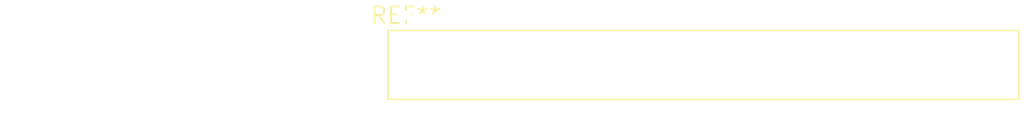
<source format=kicad_pcb>
(kicad_pcb (version 20240108) (generator pcbnew)
  (layers (0 "F.Cu" signal) (31 "B.Cu" signal) (34 "B.Paste" user) (35 "F.Paste" user) (36 "B.SilkS" user "B.Silkscreen") (37 "F.SilkS" user "F.Silkscreen") (38 "B.Mask" user) (39 "F.Mask" user) (44 "Edge.Cuts" user))
  (net 0 "")
  (footprint "Samtec_HLE-119-02-xx-DV-PE-LC_2x19_P2.54mm_Horizontal" (layer "F.Cu") (at 0 0)
    (property "Reference" "REF**")
    (property "Value" "Samtec_HLE-119-02-xx-DV-PE-LC_2x19_P2.54mm_Horizontal")
    (fp_line (start -1.38 1.16) (end 47.1 1.16) (layer "F.SilkS") (stroke (width 0.12)))
    (fp_line (start -1.38 6.46) (end -1.38 1.16) (layer "F.SilkS") (stroke (width 0.12)))
    (fp_line (start 47.1 1.16) (end 47.1 6.46) (layer "F.SilkS") (stroke (width 0.12)))
    (fp_line (start 47.1 6.46) (end -1.38 6.46) (layer "F.SilkS") (stroke (width 0.12)))
    (pad "" np_thru_hole circle (at 0 2.54) (size 1.4 1.4) (drill 1.4) (layers *.Cu *.Mask))
    (pad "" np_thru_hole circle (at 0 5.08) (size 1.4 1.4) (drill 1.4) (layers *.Cu *.Mask))
    (pad "" np_thru_hole circle (at 1.27 3.81) (size 1.19 1.19) (drill 1.19) (layers *.Cu *.Mask))
    (pad "" np_thru_hole circle (at 2.54 2.54) (size 1.4 1.4) (drill 1.4) (layers *.Cu *.Mask))
    (pad "" np_thru_hole circle (at 2.54 5.08) (size 1.4 1.4) (drill 1.4) (layers *.Cu *.Mask))
    (pad "" np_thru_hole circle (at 5.08 2.54) (size 1.4 1.4) (drill 1.4) (layers *.Cu *.Mask))
    (pad "" np_thru_hole circle (at 5.08 5.08) (size 1.4 1.4) (drill 1.4) (layers *.Cu *.Mask))
    (pad "" np_thru_hole circle (at 7.62 2.54) (size 1.4 1.4) (drill 1.4) (layers *.Cu *.Mask))
    (pad "" np_thru_hole circle (at 7.62 5.08) (size 1.4 1.4) (drill 1.4) (layers *.Cu *.Mask))
    (pad "" np_thru_hole circle (at 10.16 2.54) (size 1.4 1.4) (drill 1.4) (layers *.Cu *.Mask))
    (pad "" np_thru_hole circle (at 10.16 5.08) (size 1.4 1.4) (drill 1.4) (layers *.Cu *.Mask))
    (pad "" np_thru_hole circle (at 12.7 2.54) (size 1.4 1.4) (drill 1.4) (layers *.Cu *.Mask))
    (pad "" np_thru_hole circle (at 12.7 5.08) (size 1.4 1.4) (drill 1.4) (layers *.Cu *.Mask))
    (pad "" np_thru_hole circle (at 15.24 2.54) (size 1.4 1.4) (drill 1.4) (layers *.Cu *.Mask))
    (pad "" np_thru_hole circle (at 15.24 5.08) (size 1.4 1.4) (drill 1.4) (layers *.Cu *.Mask))
    (pad "" np_thru_hole circle (at 17.78 2.54) (size 1.4 1.4) (drill 1.4) (layers *.Cu *.Mask))
    (pad "" np_thru_hole circle (at 17.78 5.08) (size 1.4 1.4) (drill 1.4) (layers *.Cu *.Mask))
    (pad "" np_thru_hole circle (at 20.32 2.54) (size 1.4 1.4) (drill 1.4) (layers *.Cu *.Mask))
    (pad "" np_thru_hole circle (at 20.32 5.08) (size 1.4 1.4) (drill 1.4) (layers *.Cu *.Mask))
    (pad "" np_thru_hole circle (at 22.86 2.54) (size 1.4 1.4) (drill 1.4) (layers *.Cu *.Mask))
    (pad "" np_thru_hole circle (at 22.86 5.08) (size 1.4 1.4) (drill 1.4) (layers *.Cu *.Mask))
    (pad "" np_thru_hole circle (at 25.4 2.54) (size 1.4 1.4) (drill 1.4) (layers *.Cu *.Mask))
    (pad "" np_thru_hole circle (at 25.4 5.08) (size 1.4 1.4) (drill 1.4) (layers *.Cu *.Mask))
    (pad "" np_thru_hole circle (at 27.94 2.54) (size 1.4 1.4) (drill 1.4) (layers *.Cu *.Mask))
    (pad "" np_thru_hole circle (at 27.94 5.08) (size 1.4 1.4) (drill 1.4) (layers *.Cu *.Mask))
    (pad "" np_thru_hole circle (at 30.48 2.54) (size 1.4 1.4) (drill 1.4) (layers *.Cu *.Mask))
    (pad "" np_thru_hole circle (at 30.48 5.08) (size 1.4 1.4) (drill 1.4) (layers *.Cu *.Mask))
    (pad "" np_thru_hole circle (at 33.02 2.54) (size 1.4 1.4) (drill 1.4) (layers *.Cu *.Mask))
    (pad "" np_thru_hole circle (at 33.02 5.08) (size 1.4 1.4) (drill 1.4) (layers *.Cu *.Mask))
    (pad "" np_thru_hole circle (at 35.56 2.54) (size 1.4 1.4) (drill 1.4) (layers *.Cu *.Mask))
    (pad "" np_thru_hole circle (at 35.56 5.08) (size 1.4 1.4) (drill 1.4) (layers *.Cu *.Mask))
    (pad "" np_thru_hole circle (at 38.1 2.54) (size 1.4 1.4) (drill 1.4) (layers *.Cu *.Mask))
    (pad "" np_thru_hole circle (at 38.1 5.08) (size 1.4 1.4) (drill 1.4) (layers *.Cu *.Mask))
    (pad "" np_thru_hole circle (at 40.64 2.54) (size 1.4 1.4) (drill 1.4) (layers *.Cu *.Mask))
    (pad "" np_thru_hole circle (at 40.64 5.08) (size 1.4 1.4) (drill 1.4) (layers *.Cu *.Mask))
    (pad "" np_thru_hole circle (at 43.18 2.54) (size 1.4 1.4) (drill 1.4) (layers *.Cu *.Mask))
    (pad "" np_thru_hole circle (at 43.18 5.08) (size 1.4 1.4) (drill 1.4) (layers *.Cu *.Mask))
    (pad "" np_thru_hole circle (at 44.45 3.81) (size 1.19 1.19) (drill 1.19) (layers *.Cu *.Mask))
    (pad "" np_thru_hole circle (at 45.72 2.54) (size 1.4 1.4) (drill 1.4) (layers *.Cu *.Mask))
    (pad "" np_thru_hole circle (at 45.72 5.08) (size 1.4 1.4) (drill 1.4) (layers *.Cu *.Mask))
    (pad "1" thru_hole roundrect (at 0 0) (size 1.31 1.31) (drill 0.71) (layers *.Cu *.Mask) (remove_unused_layers) (roundrect_rratio 0.19084))
    (pad "2" thru_hole circle (at 0 7.62) (size 1.31 1.31) (drill 0.71) (layers *.Cu *.Mask) (remove_unused_layers))
    (pad "3" thru_hole circle (at 2.54 0) (size 1.31 1.31) (drill 0.71) (layers *.Cu *.Mask) (remove_unused_layers))
    (pad "4" thru_hole circle (at 2.54 7.62) (size 1.31 1.31) (drill 0.71) (layers *.Cu *.Mask) (remove_unused_layers))
    (pad "5" thru_hole circle (at 5.08 0) (size 1.31 1.31) (drill 0.71) (layers *.Cu *.Mask) (remove_unused_layers))
    (pad "6" thru_hole circle (at 5.08 7.62) (size 1.31 1.31) (drill 0.71) (layers *.Cu *.Mask) (remove_unused_layers))
    (pad "7" thru_hole circle (at 7.62 0) (size 1.31 1.31) (drill 0.71) (layers *.Cu *.Mask) (remove_unused_layers))
    (pad "8" thru_hole circle (at 7.62 7.62) (size 1.31 1.31) (drill 0.71) (layers *.Cu *.Mask) (remove_unused_layers))
    (pad "9" thru_hole circle (at 10.16 0) (size 1.31 1.31) (drill 0.71) (layers *.Cu *.Mask) (remove_unused_layers))
    (pad "10" thru_hole circle (at 10.16 7.62) (size 1.31 1.31) (drill 0.71) (layers *.Cu *.Mask) (remove_unused_layers))
    (pad "11" thru_hole circle (at 12.7 0) (size 1.31 1.31) (drill 0.71) (layers *.Cu *.Mask) (remove_unused_layers))
    (pad "12" thru_hole circle (at 12.7 7.62) (size 1.31 1.31) (drill 0.71) (layers *.Cu *.Mask) (remove_unused_layers))
    (pad "13" thru_hole circle (at 15.24 0) (size 1.31 1.31) (drill 0.71) (layers *.Cu *.Mask) (remove_unused_layers))
    (pad "14" thru_hole circle (at 15.24 7.62) (size 1.31 1.31) (drill 0.71) (layers *.Cu *.Mask) (remove_unused_layers))
    (pad "15" thru_hole circle (at 17.78 0) (size 1.31 1.31) (drill 0.71) (layers *.Cu *.Mask) (remove_unused_layers))
    (pad "16" thru_hole circle (at 17.78 7.62) (size 1.31 1.31) (drill 0.71) (layers *.Cu *.Mask) (remove_unused_layers))
    (pad "17" thru_hole circle (at 20.32 0) (size 1.31 1.31) (drill 0.71) (layers *.Cu *.Mask) (remove_unused_layers))
    (pad "18" thru_hole circle (at 20.32 7.62) (size 1.31 1.31) (drill 0.71) (layers *.Cu *.Mask) (remove_unused_layers))
    (pad "19" thru_hole circle (at 22.86 0) (size 1.31 1.31) (drill 0.71) (layers *.Cu *.Mask) (remove_unused_layers))
    (pad "20" thru_hole circle (at 22.86 7.62) (size 1.31 1.31) (drill 0.71) (layers *.Cu *.Mask) (remove_unused_layers))
    (pad "21" thru_hole circle (at 25.4 0) (size 1.31 1.31) (drill 0.71) (layers *.Cu *.Mask) (remove_unused_layers))
    (pad "22" thru_hole circle (at 25.4 7.62) (size 1.31 1.31) (drill 0.71) (layers *.Cu *.Mask) (remove_unused_layers))
    (pad "23" thru_hole circle (at 27.94 0) (size 1.31 1.31) (drill 0.71) (layers *.Cu *.Mask) (remove_unused_layers))
    (pad "24" thru_hole circle (at 27.94 7.62) (size 1.31 1.31) (drill 0.71) (layers *.Cu *.Mask) (remove_unused_layers))
    (pad "25" thru_hole circle (at 30.48 0) (size 1.31 1.31) (drill 0.71) (layers *.Cu *.Mask) (remove_unused_layers))
    (pad "26" thru_hole circle (at 30.48 7.62) (size 1.31 1.31) (drill 0.71) (layers *.Cu *.Mask) (remove_unused_layers))
    (pad "27" thru_hole circle (at 33.02 0) (size 1.31 1.31) (drill 0.71) (layers *.Cu *.Mask) (remove_unused_layers))
    (pad "28" thru_hole circle (at 33.02 7.62) (size 1.31 1.31) (drill 0.71) (layers *.Cu *.Mask) (remove_unused_layers))
    (pad "29" thru_hole circle (at 35.56 0) (size 1.31 1.31) (drill 0.71) (layers *.Cu *.Mask) (remove_unused_layers))
    (pad "30" thru_hole circle (at 35.56 7.62) (size 1.31 1.31) (drill 0.71) (layers *.Cu *.Mask) (remove_unused_layers))
    (pad "31" thru_hole circle (at 38.1 0) (size 1.31 1.31) (drill 0.71) (layers *.Cu *.Mask) (remove_unused_layers))
    (pad "32" thru_hole circle (at 38.1 7.62) (size 1.31 1.31) (drill 0.71) (layers *.Cu *.Mask) (remove_unused_layers))
    (pad "33" thru_hole circle (at 40.64 0) (size 1.31 1.31) (drill 0.71) (layers *.Cu *.Mask) (remove_unused_layers))
    (pad "34" thru_hole circle (at 40.64 7.62) (size 1.31 1.31) (drill 0.71) (layers *.Cu *.Mask) (remove_unused_layers))
    (pad "35" thru_hole circle (at 43.18 0) (size 1.31 1.31) (drill 0.71) (layers *.Cu *.Mask) (remove_unused_layers))
    (pad "36" thru_hole circle (at 43.18 7.62) (size 1.31 1.31) (drill 0.71) (layers *.Cu *.Mask) (remove_unused_layers))
    (pad "37" thru_hole circle (at 45.72 0) (size 1.31 1.31) (drill 0.71) (layers *.Cu *.Mask) (remove_unused_layers))
    (pad "38" thru_hole circle (at 45.72 7.62) (size 1.31 1.31) (drill 0.71) (layers *.Cu *.Mask) (remove_unused_layers))
  )
)
</source>
